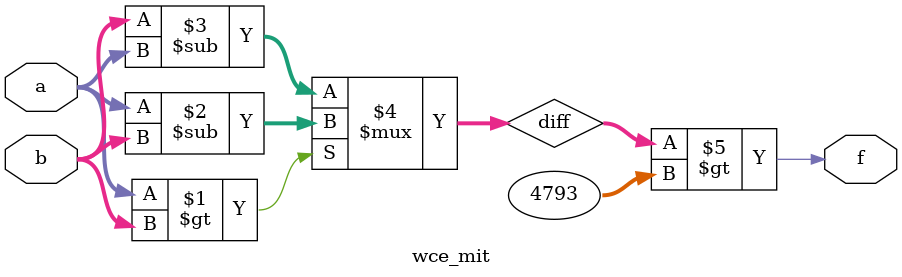
<source format=v>
module wce_mit(a, b, f);
parameter _bit = 33;
parameter wce = 4793;
input [_bit - 1: 0] a;
input [_bit - 1: 0] b;
output f;
wire [_bit - 1: 0] diff;
assign diff = (a > b)? (a - b): (b - a);
assign f = (diff > wce);
endmodule

</source>
